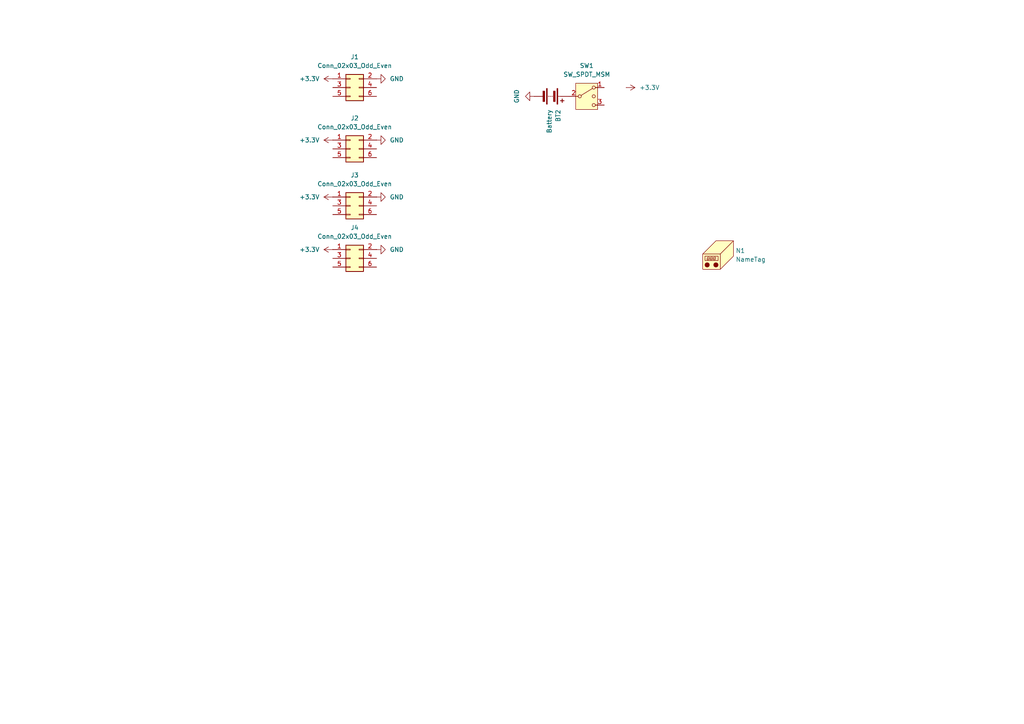
<source format=kicad_sch>
(kicad_sch (version 20231120) (generator "eeschema") (generator_version "8.0")
  (paper "A4")
  (lib_symbols
    (symbol "Connector_Generic:Conn_02x03_Odd_Even" (pin_names (offset 1.016) hide)
      (property "Reference" "J" (at 1.27 5.08 0))
      (property "Value" "Conn_02x03_Odd_Even" (at 1.27 -5.08 0))
      (symbol "Conn_02x03_Odd_Even_1_1"
        (rectangle (start -1.27 -2.413) (end 0 -2.667) (stroke (width 0.1524)))
        (rectangle (start -1.27 0.127) (end 0 -0.127) (stroke (width 0.1524)))
        (rectangle (start -1.27 2.667) (end 0 2.413) (stroke (width 0.1524)))
        (rectangle (start -1.27 3.81) (end 3.81 -3.81) (stroke (width 0.254)) (fill (type background)))
        (rectangle (start 3.81 -2.413) (end 2.54 -2.667) (stroke (width 0.1524)))
        (rectangle (start 3.81 0.127) (end 2.54 -0.127) (stroke (width 0.1524)))
        (rectangle (start 3.81 2.667) (end 2.54 2.413) (stroke (width 0.1524)))
        (pin passive line (at -5.08 2.54 0) (length 3.81) (name "Pin_1") (number "1"))
        (pin passive line (at 7.62 2.54 180) (length 3.81) (name "Pin_2") (number "2"))
        (pin passive line (at -5.08 0 0) (length 3.81) (name "Pin_3") (number "3"))
        (pin passive line (at 7.62 0 180) (length 3.81) (name "Pin_4") (number "4"))
        (pin passive line (at -5.08 -2.54 0) (length 3.81) (name "Pin_5") (number "5"))
        (pin passive line (at 7.62 -2.54 180) (length 3.81) (name "Pin_6") (number "6"))
      )
    )
    (symbol "Device:Battery" (pin_numbers hide) (pin_names (offset 0) hide)
      (property "Reference" "BT" (at 2.54 2.54 0))
      (property "Value" "Battery" (at 2.54 0 0))
      (symbol "Battery_0_1"
        (rectangle (start -2.286 -1.27) (end 2.286 -1.524) (fill (type outline)))
        (rectangle (start -2.286 1.778) (end 2.286 1.524) (fill (type outline)))
        (rectangle (start -1.524 -2.032) (end 1.524 -2.54) (fill (type outline)))
        (rectangle (start -1.524 1.016) (end 1.524 0.508) (fill (type outline)))
        (polyline (pts (xy 0 -1.016) (xy 0 -0.762)))
        (polyline (pts (xy 0 -0.508) (xy 0 -0.254)))
        (polyline (pts (xy 0 0) (xy 0 0.254)))
        (polyline (pts (xy 0 1.778) (xy 0 2.54)))
        (polyline (pts (xy 0.762 3.048) (xy 1.778 3.048)) (stroke (width 0.254)))
        (polyline (pts (xy 1.27 3.556) (xy 1.27 2.54)) (stroke (width 0.254)))
      )
      (symbol "Battery_1_1"
        (pin passive line (at 0 5.08 270) (length 2.54) (name "+") (number "1"))
        (pin passive line (at 0 -5.08 90) (length 2.54) (name "-") (number "2"))
      )
    )
    (symbol "Mechanical:Housing" (pin_names (offset 1.016)) (exclude_from_sim yes)
      (property "Reference" "N" (at 3.81 0 0))
      (property "Value" "Housing" (at 3.81 -1.905 0))
      (symbol "Housing_0_1"
        (rectangle (start -5.08 -0.635) (end -1.27 -1.905))
        (circle (center -4.445 -3.175) (radius 0.635) (fill (type outline)))
        (circle (center -1.905 -3.175) (radius 0.635) (fill (type outline)))
        (polyline (pts (xy -4.5212 -1.5748) (xy -4.4704 -1.3716)))
        (polyline (pts (xy -4.4196 -1.6764) (xy -4.064 -1.6764)))
        (polyline (pts (xy -4.4196 -1.2192) (xy -4.3688 -0.9652)))
        (polyline (pts (xy -4.318 -1.3208) (xy -4.0132 -1.3208)))
        (polyline (pts (xy -4.2164 -0.9144) (xy -3.9116 -0.9144)))
        (polyline (pts (xy -3.9116 -1.6256) (xy -3.8608 -1.3716)))
        (polyline (pts (xy -3.81 -1.2192) (xy -3.7592 -0.9652)))
        (polyline (pts (xy -3.6068 -1.5748) (xy -3.556 -1.3716)))
        (polyline (pts (xy -3.5052 -1.6764) (xy -3.1496 -1.6764)))
        (polyline (pts (xy -3.5052 -1.2192) (xy -3.4544 -0.9652)))
        (polyline (pts (xy -3.4036 -1.3208) (xy -3.0988 -1.3208)))
        (polyline (pts (xy -3.302 -0.9144) (xy -2.9972 -0.9144)))
        (polyline (pts (xy -2.9972 -1.6256) (xy -2.9464 -1.3716)))
        (polyline (pts (xy -2.8956 -1.2192) (xy -2.8448 -0.9652)))
        (polyline (pts (xy -2.6924 -1.5748) (xy -2.6416 -1.3716)))
        (polyline (pts (xy -2.5908 -1.6764) (xy -2.2352 -1.6764)))
        (polyline (pts (xy -2.5908 -1.2192) (xy -2.54 -0.9652)))
        (polyline (pts (xy -2.4892 -1.3208) (xy -2.1844 -1.3208)))
        (polyline (pts (xy -2.3876 -0.9144) (xy -2.0828 -0.9144)))
        (polyline (pts (xy -2.0828 -1.6256) (xy -2.032 -1.3716)))
        (polyline (pts (xy -1.9812 -1.2192) (xy -1.9304 -0.9652)))
        (polyline (pts (xy -0.635 0) (xy -0.635 -4.445)))
        (polyline (pts (xy -5.715 0) (xy -0.635 0) (xy 3.175 3.81)))
        (polyline (pts (xy -5.715 0) (xy -5.715 -4.445) (xy -0.635 -4.445) (xy 3.175 -0.635) (xy 3.175 3.81) (xy -1.905 3.81) (xy -5.715 0)) (fill (type background)))
      )
    )
    (symbol "Switch:SW_SPDT_MSM" (pin_names (offset 0) hide)
      (property "Reference" "SW" (at 0 5.08 0))
      (property "Value" "SW_SPDT_MSM" (at 0 -5.08 0))
      (symbol "SW_SPDT_MSM_0_1"
        (circle (center -2.032 0) (radius 0.4572))
        (polyline (pts (xy -1.651 0.254) (xy 1.651 2.286)))
        (circle (center 2.032 -2.54) (radius 0.4572))
        (circle (center 2.032 0) (radius 0.4572))
        (circle (center 2.032 2.54) (radius 0.4572))
      )
      (symbol "SW_SPDT_MSM_1_1"
        (rectangle (start -3.175 3.81) (end 3.175 -3.81) (fill (type background)))
        (pin passive line (at 5.08 2.54 180) (length 2.54) (name "1") (number "1"))
        (pin passive line (at -5.08 0 0) (length 2.54) (name "3") (number "2"))
        (pin passive line (at 5.08 -2.54 180) (length 2.54) (name "4") (number "3"))
      )
    )
    (symbol "power:+3.3V" (power) (pin_numbers hide) (pin_names (offset 0) hide)
      (property "Value" "+3.3V" (at 0 3.556 0))
      (symbol "+3.3V_0_1"
        (polyline (pts (xy -0.762 1.27) (xy 0 2.54)))
        (polyline (pts (xy 0 0) (xy 0 2.54)))
        (polyline (pts (xy 0 2.54) (xy 0.762 1.27)))
      )
      (symbol "+3.3V_1_1"
        (pin power_in line (at 0 0 90) (length 0) (name "~") (number "1"))
      )
    )
    (symbol "power:GND" (power) (pin_numbers hide) (pin_names (offset 0) hide)
      (property "Value" "GND" (at 0 -3.81 0))
      (symbol "GND_0_1"
        (polyline (pts (xy 0 0) (xy 0 -1.27) (xy 1.27 -1.27) (xy 0 -2.54) (xy -1.27 -1.27) (xy 0 -1.27)))
      )
      (symbol "GND_1_1"
        (pin power_in line (at 0 0 270) (length 0) (name "~") (number "1"))
      )
    )
  )
  (symbol (lib_id "power:+3.3V") (at 96.52 22.86 90) (unit 1)
    (property "Reference" "#PWR03" (effects (hide yes)))
    (property "Value" "+3.3V" (at 92.71 22.8599 90) (effects (justify left)))
    (property "Description" "Power symbol creates a global label with name \"+3.3V\"" (effects (hide yes)))
  )
  (symbol (lib_id "power:+3.3V") (at 96.52 72.39 90) (unit 1)
    (property "Reference" "#PWR06" (effects (hide yes)))
    (property "Value" "+3.3V" (at 92.71 72.3899 90) (effects (justify left)))
    (property "Description" "Power symbol creates a global label with name \"+3.3V\"" (effects (hide yes)))
  )
  (symbol (lib_id "power:GND") (at 154.94 27.94 270) (unit 1)
    (property "Reference" "#PWR01" (effects (hide yes)))
    (property "Value" "GND" (at 149.86 27.94 0))
    (property "Description" "Power symbol creates a global label with name \"GND\" , ground" (effects (hide yes)))
  )
  (symbol (lib_id "Switch:SW_SPDT_MSM") (at 170.18 27.94 0) (unit 1)
    (property "Reference" "SW1" (at 170.18 19.05 0))
    (property "Value" "SW_SPDT_MSM" (at 170.18 21.59 0))
    (property "Description" "Switch, single pole double throw, center OFF position" (effects (hide yes)))
  )
  (symbol (lib_id "power:GND") (at 109.22 57.15 90) (unit 1)
    (property "Reference" "#PWR09" (effects (hide yes)))
    (property "Value" "GND" (at 113.03 57.1499 90) (effects (justify right)))
    (property "Description" "Power symbol creates a global label with name \"GND\" , ground" (effects (hide yes)))
  )
  (symbol (lib_id "power:GND") (at 109.22 72.39 90) (unit 1)
    (property "Reference" "#PWR010" (effects (hide yes)))
    (property "Value" "GND" (at 113.03 72.3899 90) (effects (justify right)))
    (property "Description" "Power symbol creates a global label with name \"GND\" , ground" (effects (hide yes)))
  )
  (symbol (lib_id "Connector_Generic:Conn_02x03_Odd_Even") (at 101.6 43.18 0) (unit 1)
    (property "Reference" "J2" (at 102.87 34.29 0))
    (property "Value" "Conn_02x03_Odd_Even" (at 102.87 36.83 0))
    (property "Footprint" "Connector_PinSocket_2.54mm:PinSocket_2x03_P2.54mm_Vertical" (effects (hide yes)))
    (property "Description" "Generic connector, double row, 02x03, odd/even pin numbering scheme (row 1 odd numbers, row 2 even numbers), script generated (kicad-library-utils/schlib/autogen/connector/)" (effects (hide yes)))
  )
  (symbol (lib_id "Connector_Generic:Conn_02x03_Odd_Even") (at 101.6 74.93 0) (unit 1)
    (property "Reference" "J4" (at 102.87 66.04 0))
    (property "Value" "Conn_02x03_Odd_Even" (at 102.87 68.58 0))
    (property "Footprint" "Connector_PinSocket_2.54mm:PinSocket_2x03_P2.54mm_Vertical" (effects (hide yes)))
    (property "Description" "Generic connector, double row, 02x03, odd/even pin numbering scheme (row 1 odd numbers, row 2 even numbers), script generated (kicad-library-utils/schlib/autogen/connector/)" (effects (hide yes)))
  )
  (symbol (lib_id "Connector_Generic:Conn_02x03_Odd_Even") (at 101.6 25.4 0) (unit 1)
    (property "Reference" "J1" (at 102.87 16.51 0))
    (property "Value" "Conn_02x03_Odd_Even" (at 102.87 19.05 0))
    (property "Footprint" "Connector_PinSocket_2.54mm:PinSocket_2x03_P2.54mm_Vertical" (effects (hide yes)))
    (property "Description" "Generic connector, double row, 02x03, odd/even pin numbering scheme (row 1 odd numbers, row 2 even numbers), script generated (kicad-library-utils/schlib/autogen/connector/)" (effects (hide yes)))
  )
  (symbol (lib_id "power:GND") (at 109.22 40.64 90) (unit 1)
    (property "Reference" "#PWR08" (effects (hide yes)))
    (property "Value" "GND" (at 113.03 40.6399 90) (effects (justify right)))
    (property "Description" "Power symbol creates a global label with name \"GND\" , ground" (effects (hide yes)))
  )
  (symbol (lib_id "Connector_Generic:Conn_02x03_Odd_Even") (at 101.6 59.69 0) (unit 1)
    (property "Reference" "J3" (at 102.87 50.8 0))
    (property "Value" "Conn_02x03_Odd_Even" (at 102.87 53.34 0))
    (property "Footprint" "Connector_PinSocket_2.54mm:PinSocket_2x03_P2.54mm_Vertical" (effects (hide yes)))
    (property "Description" "Generic connector, double row, 02x03, odd/even pin numbering scheme (row 1 odd numbers, row 2 even numbers), script generated (kicad-library-utils/schlib/autogen/connector/)" (effects (hide yes)))
  )
  (symbol (lib_id "power:+3.3V") (at 96.52 57.15 90) (unit 1)
    (property "Reference" "#PWR05" (effects (hide yes)))
    (property "Value" "+3.3V" (at 92.71 57.1499 90) (effects (justify left)))
    (property "Description" "Power symbol creates a global label with name \"+3.3V\"" (effects (hide yes)))
  )
  (symbol (lib_id "power:+3.3V") (at 96.52 40.64 90) (unit 1)
    (property "Reference" "#PWR04" (effects (hide yes)))
    (property "Value" "+3.3V" (at 92.71 40.6399 90) (effects (justify left)))
    (property "Description" "Power symbol creates a global label with name \"+3.3V\"" (effects (hide yes)))
  )
  (symbol (lib_id "power:+3.3V") (at 181.61 25.4 270) (unit 1)
    (property "Reference" "#PWR02" (effects (hide yes)))
    (property "Value" "+3.3V" (at 185.42 25.3999 90) (effects (justify left)))
    (property "Description" "Power symbol creates a global label with name \"+3.3V\"" (effects (hide yes)))
  )
  (symbol (lib_id "Mechanical:Housing") (at 209.55 73.66 0) (unit 1) (exclude_from_sim yes) (in_bom no)
    (property "Reference" "N1" (at 213.36 72.7074 0) (effects (justify left)))
    (property "Value" "NameTag" (at 213.36 75.2474 0) (effects (justify left)))
    (property "Footprint" "project:badge-1(1)" (effects (hide yes)))
    (property "Description" "Housing" (effects (hide yes)))
    (property "LCSC" "-" (effects (hide yes)))
  )
  (symbol (lib_id "Device:Battery") (at 160.02 27.94 270) (unit 1)
    (property "Reference" "BT2" (at 161.8616 31.75 0) (effects (justify left)))
    (property "Value" "Battery" (at 159.3216 31.75 0) (effects (justify left)))
    (property "Footprint" "Battery:BatteryHolder_Keystone_2468_2xAAA" (effects (hide yes)))
    (property "Description" "Multiple-cell battery" (effects (hide yes)))
    (property "JLCPCB" "C5290191" (effects (hide yes)))
  )
  (symbol (lib_id "power:GND") (at 109.22 22.86 90) (unit 1)
    (property "Reference" "#PWR07" (effects (hide yes)))
    (property "Value" "GND" (at 113.03 22.8599 90) (effects (justify right)))
    (property "Description" "Power symbol creates a global label with name \"GND\" , ground" (effects (hide yes)))
  )
)
</source>
